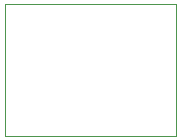
<source format=gbr>
%TF.GenerationSoftware,KiCad,Pcbnew,(6.0.6-0)*%
%TF.CreationDate,2022-07-23T15:50:50+10:00*%
%TF.ProjectId,phanblok,7068616e-626c-46f6-9b2e-6b696361645f,rev?*%
%TF.SameCoordinates,Original*%
%TF.FileFunction,Profile,NP*%
%FSLAX46Y46*%
G04 Gerber Fmt 4.6, Leading zero omitted, Abs format (unit mm)*
G04 Created by KiCad (PCBNEW (6.0.6-0)) date 2022-07-23 15:50:50*
%MOMM*%
%LPD*%
G01*
G04 APERTURE LIST*
%TA.AperFunction,Profile*%
%ADD10C,0.100000*%
%TD*%
G04 APERTURE END LIST*
D10*
X135128000Y-65024000D02*
X135128000Y-76200000D01*
X120650000Y-76200000D02*
X120650000Y-65024000D01*
X120650000Y-65024000D02*
X135128000Y-65024000D01*
X135128000Y-76200000D02*
X120650000Y-76200000D01*
M02*

</source>
